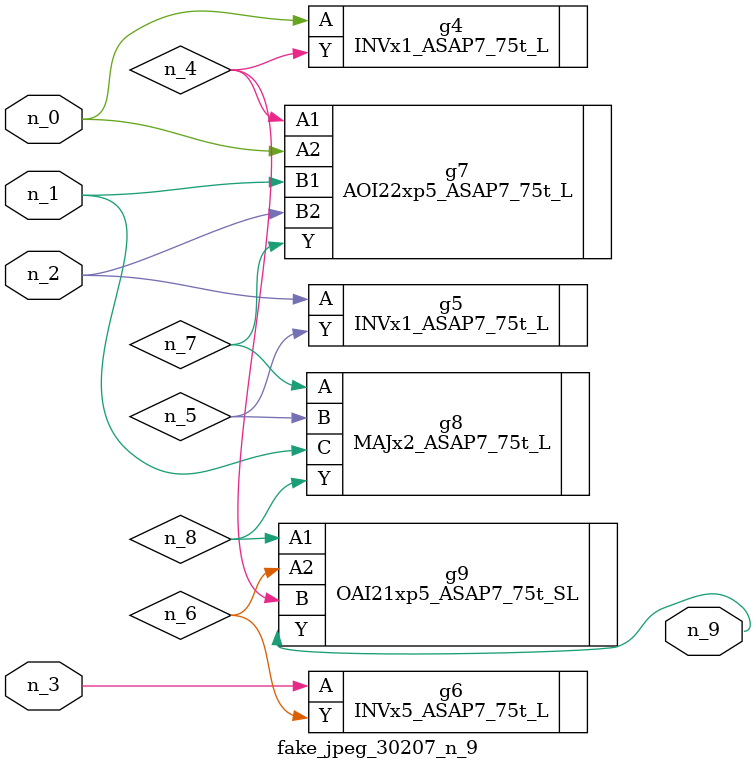
<source format=v>
module fake_jpeg_30207_n_9 (n_0, n_3, n_2, n_1, n_9);

input n_0;
input n_3;
input n_2;
input n_1;

output n_9;

wire n_4;
wire n_8;
wire n_6;
wire n_5;
wire n_7;

INVx1_ASAP7_75t_L g4 ( 
.A(n_0),
.Y(n_4)
);

INVx1_ASAP7_75t_L g5 ( 
.A(n_2),
.Y(n_5)
);

INVx5_ASAP7_75t_L g6 ( 
.A(n_3),
.Y(n_6)
);

AOI22xp5_ASAP7_75t_L g7 ( 
.A1(n_4),
.A2(n_0),
.B1(n_1),
.B2(n_2),
.Y(n_7)
);

MAJx2_ASAP7_75t_L g8 ( 
.A(n_7),
.B(n_5),
.C(n_1),
.Y(n_8)
);

OAI21xp5_ASAP7_75t_SL g9 ( 
.A1(n_8),
.A2(n_6),
.B(n_4),
.Y(n_9)
);


endmodule
</source>
